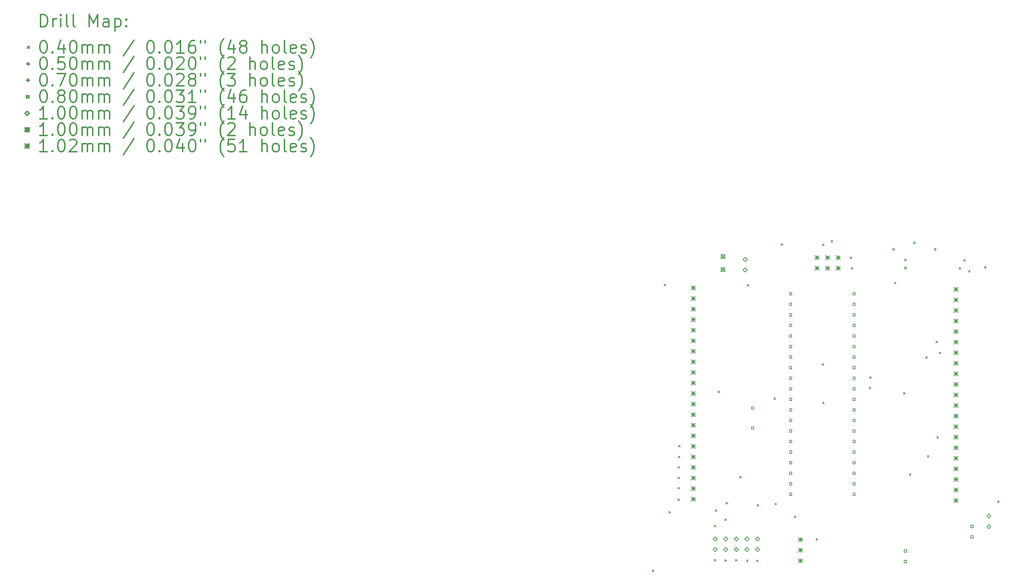
<source format=gbr>
%FSLAX45Y45*%
G04 Gerber Fmt 4.5, Leading zero omitted, Abs format (unit mm)*
G04 Created by KiCad (PCBNEW 4.0.6) date 12/21/17 12:56:19*
%MOMM*%
%LPD*%
G01*
G04 APERTURE LIST*
%ADD10C,0.127000*%
%ADD11C,0.200000*%
%ADD12C,0.300000*%
G04 APERTURE END LIST*
D10*
D11*
X14966000Y-13530900D02*
X15006000Y-13570900D01*
X15006000Y-13530900D02*
X14966000Y-13570900D01*
X15247940Y-6652580D02*
X15287940Y-6692580D01*
X15287940Y-6652580D02*
X15247940Y-6692580D01*
X15362240Y-12121200D02*
X15402240Y-12161200D01*
X15402240Y-12121200D02*
X15362240Y-12161200D01*
X15580680Y-11044240D02*
X15620680Y-11084240D01*
X15620680Y-11044240D02*
X15580680Y-11084240D01*
X15580680Y-11298240D02*
X15620680Y-11338240D01*
X15620680Y-11298240D02*
X15580680Y-11338240D01*
X15580680Y-11542080D02*
X15620680Y-11582080D01*
X15620680Y-11542080D02*
X15580680Y-11582080D01*
X15580680Y-11816400D02*
X15620680Y-11856400D01*
X15620680Y-11816400D02*
X15580680Y-11856400D01*
X15585760Y-10795320D02*
X15625760Y-10835320D01*
X15625760Y-10795320D02*
X15585760Y-10835320D01*
X15595920Y-10531160D02*
X15635920Y-10571160D01*
X15635920Y-10531160D02*
X15595920Y-10571160D01*
X16451900Y-13276900D02*
X16491900Y-13316900D01*
X16491900Y-13276900D02*
X16451900Y-13316900D01*
X16454440Y-12453940D02*
X16494440Y-12493940D01*
X16494440Y-12453940D02*
X16454440Y-12493940D01*
X16477300Y-12083100D02*
X16517300Y-12123100D01*
X16517300Y-12083100D02*
X16477300Y-12123100D01*
X16543340Y-9228140D02*
X16583340Y-9268140D01*
X16583340Y-9228140D02*
X16543340Y-9268140D01*
X16703360Y-13281980D02*
X16743360Y-13321980D01*
X16743360Y-13281980D02*
X16703360Y-13321980D01*
X16705900Y-12299000D02*
X16745900Y-12339000D01*
X16745900Y-12299000D02*
X16705900Y-12339000D01*
X16731300Y-11905300D02*
X16771300Y-11945300D01*
X16771300Y-11905300D02*
X16731300Y-11945300D01*
X16959900Y-13276900D02*
X16999900Y-13316900D01*
X16999900Y-13276900D02*
X16959900Y-13316900D01*
X17058960Y-11277920D02*
X17098960Y-11317920D01*
X17098960Y-11277920D02*
X17058960Y-11317920D01*
X17226600Y-13289600D02*
X17266600Y-13329600D01*
X17266600Y-13289600D02*
X17226600Y-13329600D01*
X17246920Y-6662740D02*
X17286920Y-6702740D01*
X17286920Y-6662740D02*
X17246920Y-6702740D01*
X17467900Y-13289600D02*
X17507900Y-13329600D01*
X17507900Y-13289600D02*
X17467900Y-13329600D01*
X17480600Y-11956100D02*
X17520600Y-11996100D01*
X17520600Y-11956100D02*
X17480600Y-11996100D01*
X17887000Y-9390700D02*
X17927000Y-9430700D01*
X17927000Y-9390700D02*
X17887000Y-9430700D01*
X17912400Y-11923080D02*
X17952400Y-11963080D01*
X17952400Y-11923080D02*
X17912400Y-11963080D01*
X18062260Y-5679760D02*
X18102260Y-5719760D01*
X18102260Y-5679760D02*
X18062260Y-5719760D01*
X18375950Y-12235500D02*
X18415950Y-12275500D01*
X18415950Y-12235500D02*
X18375950Y-12275500D01*
X18895380Y-12776520D02*
X18935380Y-12816520D01*
X18935380Y-12776520D02*
X18895380Y-12816520D01*
X19042700Y-8565200D02*
X19082700Y-8605200D01*
X19082700Y-8565200D02*
X19042700Y-8605200D01*
X19052860Y-5687380D02*
X19092860Y-5727380D01*
X19092860Y-5687380D02*
X19052860Y-5727380D01*
X19055400Y-9492300D02*
X19095400Y-9532300D01*
X19095400Y-9492300D02*
X19055400Y-9532300D01*
X19258600Y-5601020D02*
X19298600Y-5641020D01*
X19298600Y-5601020D02*
X19258600Y-5641020D01*
X19715800Y-5999800D02*
X19755800Y-6039800D01*
X19755800Y-5999800D02*
X19715800Y-6039800D01*
X19741200Y-6253800D02*
X19781200Y-6293800D01*
X19781200Y-6253800D02*
X19741200Y-6293800D01*
X20173000Y-9136700D02*
X20213000Y-9176700D01*
X20213000Y-9136700D02*
X20173000Y-9176700D01*
X20185700Y-8882700D02*
X20225700Y-8922700D01*
X20225700Y-8882700D02*
X20185700Y-8922700D01*
X20782600Y-6606860D02*
X20822600Y-6646860D01*
X20822600Y-6606860D02*
X20782600Y-6646860D01*
X21001040Y-9258620D02*
X21041040Y-9298620D01*
X21041040Y-9258620D02*
X21001040Y-9298620D01*
X21138200Y-11219500D02*
X21178200Y-11259500D01*
X21178200Y-11219500D02*
X21138200Y-11259500D01*
X21534440Y-8397560D02*
X21574440Y-8437560D01*
X21574440Y-8397560D02*
X21534440Y-8437560D01*
X21570000Y-10775000D02*
X21610000Y-10815000D01*
X21610000Y-10775000D02*
X21570000Y-10815000D01*
X21780820Y-8024180D02*
X21820820Y-8064180D01*
X21820820Y-8024180D02*
X21780820Y-8064180D01*
X21798600Y-10317800D02*
X21838600Y-10357800D01*
X21838600Y-10317800D02*
X21798600Y-10357800D01*
X21854480Y-8285800D02*
X21894480Y-8325800D01*
X21894480Y-8285800D02*
X21854480Y-8325800D01*
X22334540Y-6253800D02*
X22374540Y-6293800D01*
X22374540Y-6253800D02*
X22334540Y-6293800D01*
X22446300Y-6063300D02*
X22486300Y-6103300D01*
X22486300Y-6063300D02*
X22446300Y-6103300D01*
X22560600Y-6324920D02*
X22600600Y-6364920D01*
X22600600Y-6324920D02*
X22560600Y-6364920D01*
X22941600Y-6228400D02*
X22981600Y-6268400D01*
X22981600Y-6228400D02*
X22941600Y-6268400D01*
X23259100Y-11867200D02*
X23299100Y-11907200D01*
X23299100Y-11867200D02*
X23259100Y-11907200D01*
X21068900Y-6078220D02*
G75*
G03X21068900Y-6078220I-25000J0D01*
G01*
X21068900Y-6268220D02*
G75*
G03X21068900Y-6268220I-25000J0D01*
G01*
X20757260Y-5782860D02*
X20757260Y-5852860D01*
X20722260Y-5817860D02*
X20792260Y-5817860D01*
X21257260Y-5622860D02*
X21257260Y-5692860D01*
X21222260Y-5657860D02*
X21292260Y-5657860D01*
X21757260Y-5782860D02*
X21757260Y-5852860D01*
X21722260Y-5817860D02*
X21792260Y-5817860D01*
X17401885Y-9662185D02*
X17401885Y-9605616D01*
X17345316Y-9605616D01*
X17345316Y-9662185D01*
X17401885Y-9662185D01*
X17401885Y-10150185D02*
X17401885Y-10093616D01*
X17345316Y-10093616D01*
X17345316Y-10150185D01*
X17401885Y-10150185D01*
X18316285Y-6911684D02*
X18316285Y-6855115D01*
X18259716Y-6855115D01*
X18259716Y-6911684D01*
X18316285Y-6911684D01*
X18316285Y-7165684D02*
X18316285Y-7109115D01*
X18259716Y-7109115D01*
X18259716Y-7165684D01*
X18316285Y-7165684D01*
X18316285Y-7419684D02*
X18316285Y-7363115D01*
X18259716Y-7363115D01*
X18259716Y-7419684D01*
X18316285Y-7419684D01*
X18316285Y-7673684D02*
X18316285Y-7617115D01*
X18259716Y-7617115D01*
X18259716Y-7673684D01*
X18316285Y-7673684D01*
X18316285Y-7927684D02*
X18316285Y-7871115D01*
X18259716Y-7871115D01*
X18259716Y-7927684D01*
X18316285Y-7927684D01*
X18316285Y-8181684D02*
X18316285Y-8125115D01*
X18259716Y-8125115D01*
X18259716Y-8181684D01*
X18316285Y-8181684D01*
X18316285Y-8435685D02*
X18316285Y-8379115D01*
X18259716Y-8379115D01*
X18259716Y-8435685D01*
X18316285Y-8435685D01*
X18316285Y-8689685D02*
X18316285Y-8633116D01*
X18259716Y-8633116D01*
X18259716Y-8689685D01*
X18316285Y-8689685D01*
X18316285Y-8943685D02*
X18316285Y-8887116D01*
X18259716Y-8887116D01*
X18259716Y-8943685D01*
X18316285Y-8943685D01*
X18316285Y-9197685D02*
X18316285Y-9141116D01*
X18259716Y-9141116D01*
X18259716Y-9197685D01*
X18316285Y-9197685D01*
X18316285Y-9451685D02*
X18316285Y-9395116D01*
X18259716Y-9395116D01*
X18259716Y-9451685D01*
X18316285Y-9451685D01*
X18316285Y-9705685D02*
X18316285Y-9649116D01*
X18259716Y-9649116D01*
X18259716Y-9705685D01*
X18316285Y-9705685D01*
X18316285Y-9959685D02*
X18316285Y-9903116D01*
X18259716Y-9903116D01*
X18259716Y-9959685D01*
X18316285Y-9959685D01*
X18316285Y-10213685D02*
X18316285Y-10157116D01*
X18259716Y-10157116D01*
X18259716Y-10213685D01*
X18316285Y-10213685D01*
X18316285Y-10467685D02*
X18316285Y-10411116D01*
X18259716Y-10411116D01*
X18259716Y-10467685D01*
X18316285Y-10467685D01*
X18316285Y-10721685D02*
X18316285Y-10665116D01*
X18259716Y-10665116D01*
X18259716Y-10721685D01*
X18316285Y-10721685D01*
X18316285Y-10975685D02*
X18316285Y-10919116D01*
X18259716Y-10919116D01*
X18259716Y-10975685D01*
X18316285Y-10975685D01*
X18316285Y-11229684D02*
X18316285Y-11173116D01*
X18259716Y-11173116D01*
X18259716Y-11229684D01*
X18316285Y-11229684D01*
X18316285Y-11483684D02*
X18316285Y-11427115D01*
X18259716Y-11427115D01*
X18259716Y-11483684D01*
X18316285Y-11483684D01*
X18316285Y-11737684D02*
X18316285Y-11681115D01*
X18259716Y-11681115D01*
X18259716Y-11737684D01*
X18316285Y-11737684D01*
X19840285Y-6911684D02*
X19840285Y-6855115D01*
X19783716Y-6855115D01*
X19783716Y-6911684D01*
X19840285Y-6911684D01*
X19840285Y-7165684D02*
X19840285Y-7109115D01*
X19783716Y-7109115D01*
X19783716Y-7165684D01*
X19840285Y-7165684D01*
X19840285Y-7419684D02*
X19840285Y-7363115D01*
X19783716Y-7363115D01*
X19783716Y-7419684D01*
X19840285Y-7419684D01*
X19840285Y-7673684D02*
X19840285Y-7617115D01*
X19783716Y-7617115D01*
X19783716Y-7673684D01*
X19840285Y-7673684D01*
X19840285Y-7927684D02*
X19840285Y-7871115D01*
X19783716Y-7871115D01*
X19783716Y-7927684D01*
X19840285Y-7927684D01*
X19840285Y-8181684D02*
X19840285Y-8125115D01*
X19783716Y-8125115D01*
X19783716Y-8181684D01*
X19840285Y-8181684D01*
X19840285Y-8435685D02*
X19840285Y-8379115D01*
X19783716Y-8379115D01*
X19783716Y-8435685D01*
X19840285Y-8435685D01*
X19840285Y-8689685D02*
X19840285Y-8633116D01*
X19783716Y-8633116D01*
X19783716Y-8689685D01*
X19840285Y-8689685D01*
X19840285Y-8943685D02*
X19840285Y-8887116D01*
X19783716Y-8887116D01*
X19783716Y-8943685D01*
X19840285Y-8943685D01*
X19840285Y-9197685D02*
X19840285Y-9141116D01*
X19783716Y-9141116D01*
X19783716Y-9197685D01*
X19840285Y-9197685D01*
X19840285Y-9451685D02*
X19840285Y-9395116D01*
X19783716Y-9395116D01*
X19783716Y-9451685D01*
X19840285Y-9451685D01*
X19840285Y-9705685D02*
X19840285Y-9649116D01*
X19783716Y-9649116D01*
X19783716Y-9705685D01*
X19840285Y-9705685D01*
X19840285Y-9959685D02*
X19840285Y-9903116D01*
X19783716Y-9903116D01*
X19783716Y-9959685D01*
X19840285Y-9959685D01*
X19840285Y-10213685D02*
X19840285Y-10157116D01*
X19783716Y-10157116D01*
X19783716Y-10213685D01*
X19840285Y-10213685D01*
X19840285Y-10467685D02*
X19840285Y-10411116D01*
X19783716Y-10411116D01*
X19783716Y-10467685D01*
X19840285Y-10467685D01*
X19840285Y-10721685D02*
X19840285Y-10665116D01*
X19783716Y-10665116D01*
X19783716Y-10721685D01*
X19840285Y-10721685D01*
X19840285Y-10975685D02*
X19840285Y-10919116D01*
X19783716Y-10919116D01*
X19783716Y-10975685D01*
X19840285Y-10975685D01*
X19840285Y-11229684D02*
X19840285Y-11173116D01*
X19783716Y-11173116D01*
X19783716Y-11229684D01*
X19840285Y-11229684D01*
X19840285Y-11483684D02*
X19840285Y-11427115D01*
X19783716Y-11427115D01*
X19783716Y-11483684D01*
X19840285Y-11483684D01*
X19840285Y-11737684D02*
X19840285Y-11681115D01*
X19783716Y-11681115D01*
X19783716Y-11737684D01*
X19840285Y-11737684D01*
X21074725Y-13104204D02*
X21074725Y-13047635D01*
X21018156Y-13047635D01*
X21018156Y-13104204D01*
X21074725Y-13104204D01*
X21074725Y-13358204D02*
X21074725Y-13301635D01*
X21018156Y-13301635D01*
X21018156Y-13358204D01*
X21074725Y-13358204D01*
X22672384Y-12512384D02*
X22672384Y-12455815D01*
X22615815Y-12455815D01*
X22615815Y-12512384D01*
X22672384Y-12512384D01*
X22672384Y-12766384D02*
X22672384Y-12709815D01*
X22615815Y-12709815D01*
X22615815Y-12766384D01*
X22672384Y-12766384D01*
X16474440Y-12831280D02*
X16524440Y-12781280D01*
X16474440Y-12731280D01*
X16424440Y-12781280D01*
X16474440Y-12831280D01*
X16474440Y-13085280D02*
X16524440Y-13035280D01*
X16474440Y-12985280D01*
X16424440Y-13035280D01*
X16474440Y-13085280D01*
X16728440Y-12831280D02*
X16778440Y-12781280D01*
X16728440Y-12731280D01*
X16678440Y-12781280D01*
X16728440Y-12831280D01*
X16728440Y-13085280D02*
X16778440Y-13035280D01*
X16728440Y-12985280D01*
X16678440Y-13035280D01*
X16728440Y-13085280D01*
X16982440Y-12831280D02*
X17032440Y-12781280D01*
X16982440Y-12731280D01*
X16932440Y-12781280D01*
X16982440Y-12831280D01*
X16982440Y-13085280D02*
X17032440Y-13035280D01*
X16982440Y-12985280D01*
X16932440Y-13035280D01*
X16982440Y-13085280D01*
X17195800Y-6107900D02*
X17245800Y-6057900D01*
X17195800Y-6007900D01*
X17145800Y-6057900D01*
X17195800Y-6107900D01*
X17195800Y-6361900D02*
X17245800Y-6311900D01*
X17195800Y-6261900D01*
X17145800Y-6311900D01*
X17195800Y-6361900D01*
X17236440Y-12831280D02*
X17286440Y-12781280D01*
X17236440Y-12731280D01*
X17186440Y-12781280D01*
X17236440Y-12831280D01*
X17236440Y-13085280D02*
X17286440Y-13035280D01*
X17236440Y-12985280D01*
X17186440Y-13035280D01*
X17236440Y-13085280D01*
X17490440Y-12831280D02*
X17540440Y-12781280D01*
X17490440Y-12731280D01*
X17440440Y-12781280D01*
X17490440Y-12831280D01*
X17490440Y-13085280D02*
X17540440Y-13035280D01*
X17490440Y-12985280D01*
X17440440Y-13035280D01*
X17490440Y-13085280D01*
X23050500Y-12280100D02*
X23100500Y-12230100D01*
X23050500Y-12180100D01*
X23000500Y-12230100D01*
X23050500Y-12280100D01*
X23050500Y-12534100D02*
X23100500Y-12484100D01*
X23050500Y-12434100D01*
X23000500Y-12484100D01*
X23050500Y-12534100D01*
X16614902Y-5939282D02*
X16714978Y-6039358D01*
X16714978Y-5939282D02*
X16614902Y-6039358D01*
X16714978Y-5989320D02*
G75*
G03X16714978Y-5989320I-50038J0D01*
G01*
X16614902Y-6256782D02*
X16714978Y-6356858D01*
X16714978Y-6256782D02*
X16614902Y-6356858D01*
X16714978Y-6306820D02*
G75*
G03X16714978Y-6306820I-50038J0D01*
G01*
X15897860Y-6696710D02*
X15999460Y-6798310D01*
X15999460Y-6696710D02*
X15897860Y-6798310D01*
X15948660Y-6696710D02*
X15948660Y-6798310D01*
X15897860Y-6747510D02*
X15999460Y-6747510D01*
X15897860Y-6950710D02*
X15999460Y-7052310D01*
X15999460Y-6950710D02*
X15897860Y-7052310D01*
X15948660Y-6950710D02*
X15948660Y-7052310D01*
X15897860Y-7001510D02*
X15999460Y-7001510D01*
X15897860Y-7204710D02*
X15999460Y-7306310D01*
X15999460Y-7204710D02*
X15897860Y-7306310D01*
X15948660Y-7204710D02*
X15948660Y-7306310D01*
X15897860Y-7255510D02*
X15999460Y-7255510D01*
X15897860Y-7458710D02*
X15999460Y-7560310D01*
X15999460Y-7458710D02*
X15897860Y-7560310D01*
X15948660Y-7458710D02*
X15948660Y-7560310D01*
X15897860Y-7509510D02*
X15999460Y-7509510D01*
X15897860Y-7712710D02*
X15999460Y-7814310D01*
X15999460Y-7712710D02*
X15897860Y-7814310D01*
X15948660Y-7712710D02*
X15948660Y-7814310D01*
X15897860Y-7763510D02*
X15999460Y-7763510D01*
X15897860Y-7966710D02*
X15999460Y-8068310D01*
X15999460Y-7966710D02*
X15897860Y-8068310D01*
X15948660Y-7966710D02*
X15948660Y-8068310D01*
X15897860Y-8017510D02*
X15999460Y-8017510D01*
X15897860Y-8220710D02*
X15999460Y-8322310D01*
X15999460Y-8220710D02*
X15897860Y-8322310D01*
X15948660Y-8220710D02*
X15948660Y-8322310D01*
X15897860Y-8271510D02*
X15999460Y-8271510D01*
X15897860Y-8474710D02*
X15999460Y-8576310D01*
X15999460Y-8474710D02*
X15897860Y-8576310D01*
X15948660Y-8474710D02*
X15948660Y-8576310D01*
X15897860Y-8525510D02*
X15999460Y-8525510D01*
X15897860Y-8728710D02*
X15999460Y-8830310D01*
X15999460Y-8728710D02*
X15897860Y-8830310D01*
X15948660Y-8728710D02*
X15948660Y-8830310D01*
X15897860Y-8779510D02*
X15999460Y-8779510D01*
X15897860Y-8982710D02*
X15999460Y-9084310D01*
X15999460Y-8982710D02*
X15897860Y-9084310D01*
X15948660Y-8982710D02*
X15948660Y-9084310D01*
X15897860Y-9033510D02*
X15999460Y-9033510D01*
X15897860Y-9236710D02*
X15999460Y-9338310D01*
X15999460Y-9236710D02*
X15897860Y-9338310D01*
X15948660Y-9236710D02*
X15948660Y-9338310D01*
X15897860Y-9287510D02*
X15999460Y-9287510D01*
X15897860Y-9490710D02*
X15999460Y-9592310D01*
X15999460Y-9490710D02*
X15897860Y-9592310D01*
X15948660Y-9490710D02*
X15948660Y-9592310D01*
X15897860Y-9541510D02*
X15999460Y-9541510D01*
X15897860Y-9744710D02*
X15999460Y-9846310D01*
X15999460Y-9744710D02*
X15897860Y-9846310D01*
X15948660Y-9744710D02*
X15948660Y-9846310D01*
X15897860Y-9795510D02*
X15999460Y-9795510D01*
X15897860Y-9998710D02*
X15999460Y-10100310D01*
X15999460Y-9998710D02*
X15897860Y-10100310D01*
X15948660Y-9998710D02*
X15948660Y-10100310D01*
X15897860Y-10049510D02*
X15999460Y-10049510D01*
X15897860Y-10252710D02*
X15999460Y-10354310D01*
X15999460Y-10252710D02*
X15897860Y-10354310D01*
X15948660Y-10252710D02*
X15948660Y-10354310D01*
X15897860Y-10303510D02*
X15999460Y-10303510D01*
X15897860Y-10506710D02*
X15999460Y-10608310D01*
X15999460Y-10506710D02*
X15897860Y-10608310D01*
X15948660Y-10506710D02*
X15948660Y-10608310D01*
X15897860Y-10557510D02*
X15999460Y-10557510D01*
X15897860Y-10760710D02*
X15999460Y-10862310D01*
X15999460Y-10760710D02*
X15897860Y-10862310D01*
X15948660Y-10760710D02*
X15948660Y-10862310D01*
X15897860Y-10811510D02*
X15999460Y-10811510D01*
X15897860Y-11014710D02*
X15999460Y-11116310D01*
X15999460Y-11014710D02*
X15897860Y-11116310D01*
X15948660Y-11014710D02*
X15948660Y-11116310D01*
X15897860Y-11065510D02*
X15999460Y-11065510D01*
X15897860Y-11268710D02*
X15999460Y-11370310D01*
X15999460Y-11268710D02*
X15897860Y-11370310D01*
X15948660Y-11268710D02*
X15948660Y-11370310D01*
X15897860Y-11319510D02*
X15999460Y-11319510D01*
X15897860Y-11522710D02*
X15999460Y-11624310D01*
X15999460Y-11522710D02*
X15897860Y-11624310D01*
X15948660Y-11522710D02*
X15948660Y-11624310D01*
X15897860Y-11573510D02*
X15999460Y-11573510D01*
X15897860Y-11776710D02*
X15999460Y-11878310D01*
X15999460Y-11776710D02*
X15897860Y-11878310D01*
X15948660Y-11776710D02*
X15948660Y-11878310D01*
X15897860Y-11827510D02*
X15999460Y-11827510D01*
X18478500Y-12750800D02*
X18580100Y-12852400D01*
X18580100Y-12750800D02*
X18478500Y-12852400D01*
X18529300Y-12750800D02*
X18529300Y-12852400D01*
X18478500Y-12801600D02*
X18580100Y-12801600D01*
X18478500Y-13004800D02*
X18580100Y-13106400D01*
X18580100Y-13004800D02*
X18478500Y-13106400D01*
X18529300Y-13004800D02*
X18529300Y-13106400D01*
X18478500Y-13055600D02*
X18580100Y-13055600D01*
X18478500Y-13258800D02*
X18580100Y-13360400D01*
X18580100Y-13258800D02*
X18478500Y-13360400D01*
X18529300Y-13258800D02*
X18529300Y-13360400D01*
X18478500Y-13309600D02*
X18580100Y-13309600D01*
X18872200Y-5969000D02*
X18973800Y-6070600D01*
X18973800Y-5969000D02*
X18872200Y-6070600D01*
X18923000Y-5969000D02*
X18923000Y-6070600D01*
X18872200Y-6019800D02*
X18973800Y-6019800D01*
X18872200Y-6223000D02*
X18973800Y-6324600D01*
X18973800Y-6223000D02*
X18872200Y-6324600D01*
X18923000Y-6223000D02*
X18923000Y-6324600D01*
X18872200Y-6273800D02*
X18973800Y-6273800D01*
X19126200Y-5969000D02*
X19227800Y-6070600D01*
X19227800Y-5969000D02*
X19126200Y-6070600D01*
X19177000Y-5969000D02*
X19177000Y-6070600D01*
X19126200Y-6019800D02*
X19227800Y-6019800D01*
X19126200Y-6223000D02*
X19227800Y-6324600D01*
X19227800Y-6223000D02*
X19126200Y-6324600D01*
X19177000Y-6223000D02*
X19177000Y-6324600D01*
X19126200Y-6273800D02*
X19227800Y-6273800D01*
X19380200Y-5969000D02*
X19481800Y-6070600D01*
X19481800Y-5969000D02*
X19380200Y-6070600D01*
X19431000Y-5969000D02*
X19431000Y-6070600D01*
X19380200Y-6019800D02*
X19481800Y-6019800D01*
X19380200Y-6223000D02*
X19481800Y-6324600D01*
X19481800Y-6223000D02*
X19380200Y-6324600D01*
X19431000Y-6223000D02*
X19431000Y-6324600D01*
X19380200Y-6273800D02*
X19481800Y-6273800D01*
X22212300Y-6731000D02*
X22313900Y-6832600D01*
X22313900Y-6731000D02*
X22212300Y-6832600D01*
X22263100Y-6731000D02*
X22263100Y-6832600D01*
X22212300Y-6781800D02*
X22313900Y-6781800D01*
X22212300Y-6985000D02*
X22313900Y-7086600D01*
X22313900Y-6985000D02*
X22212300Y-7086600D01*
X22263100Y-6985000D02*
X22263100Y-7086600D01*
X22212300Y-7035800D02*
X22313900Y-7035800D01*
X22212300Y-7239000D02*
X22313900Y-7340600D01*
X22313900Y-7239000D02*
X22212300Y-7340600D01*
X22263100Y-7239000D02*
X22263100Y-7340600D01*
X22212300Y-7289800D02*
X22313900Y-7289800D01*
X22212300Y-7493000D02*
X22313900Y-7594600D01*
X22313900Y-7493000D02*
X22212300Y-7594600D01*
X22263100Y-7493000D02*
X22263100Y-7594600D01*
X22212300Y-7543800D02*
X22313900Y-7543800D01*
X22212300Y-7747000D02*
X22313900Y-7848600D01*
X22313900Y-7747000D02*
X22212300Y-7848600D01*
X22263100Y-7747000D02*
X22263100Y-7848600D01*
X22212300Y-7797800D02*
X22313900Y-7797800D01*
X22212300Y-8001000D02*
X22313900Y-8102600D01*
X22313900Y-8001000D02*
X22212300Y-8102600D01*
X22263100Y-8001000D02*
X22263100Y-8102600D01*
X22212300Y-8051800D02*
X22313900Y-8051800D01*
X22212300Y-8255000D02*
X22313900Y-8356600D01*
X22313900Y-8255000D02*
X22212300Y-8356600D01*
X22263100Y-8255000D02*
X22263100Y-8356600D01*
X22212300Y-8305800D02*
X22313900Y-8305800D01*
X22212300Y-8509000D02*
X22313900Y-8610600D01*
X22313900Y-8509000D02*
X22212300Y-8610600D01*
X22263100Y-8509000D02*
X22263100Y-8610600D01*
X22212300Y-8559800D02*
X22313900Y-8559800D01*
X22212300Y-8763000D02*
X22313900Y-8864600D01*
X22313900Y-8763000D02*
X22212300Y-8864600D01*
X22263100Y-8763000D02*
X22263100Y-8864600D01*
X22212300Y-8813800D02*
X22313900Y-8813800D01*
X22212300Y-9017000D02*
X22313900Y-9118600D01*
X22313900Y-9017000D02*
X22212300Y-9118600D01*
X22263100Y-9017000D02*
X22263100Y-9118600D01*
X22212300Y-9067800D02*
X22313900Y-9067800D01*
X22212300Y-9271000D02*
X22313900Y-9372600D01*
X22313900Y-9271000D02*
X22212300Y-9372600D01*
X22263100Y-9271000D02*
X22263100Y-9372600D01*
X22212300Y-9321800D02*
X22313900Y-9321800D01*
X22212300Y-9525000D02*
X22313900Y-9626600D01*
X22313900Y-9525000D02*
X22212300Y-9626600D01*
X22263100Y-9525000D02*
X22263100Y-9626600D01*
X22212300Y-9575800D02*
X22313900Y-9575800D01*
X22212300Y-9779000D02*
X22313900Y-9880600D01*
X22313900Y-9779000D02*
X22212300Y-9880600D01*
X22263100Y-9779000D02*
X22263100Y-9880600D01*
X22212300Y-9829800D02*
X22313900Y-9829800D01*
X22212300Y-10033000D02*
X22313900Y-10134600D01*
X22313900Y-10033000D02*
X22212300Y-10134600D01*
X22263100Y-10033000D02*
X22263100Y-10134600D01*
X22212300Y-10083800D02*
X22313900Y-10083800D01*
X22212300Y-10287000D02*
X22313900Y-10388600D01*
X22313900Y-10287000D02*
X22212300Y-10388600D01*
X22263100Y-10287000D02*
X22263100Y-10388600D01*
X22212300Y-10337800D02*
X22313900Y-10337800D01*
X22212300Y-10541000D02*
X22313900Y-10642600D01*
X22313900Y-10541000D02*
X22212300Y-10642600D01*
X22263100Y-10541000D02*
X22263100Y-10642600D01*
X22212300Y-10591800D02*
X22313900Y-10591800D01*
X22212300Y-10795000D02*
X22313900Y-10896600D01*
X22313900Y-10795000D02*
X22212300Y-10896600D01*
X22263100Y-10795000D02*
X22263100Y-10896600D01*
X22212300Y-10845800D02*
X22313900Y-10845800D01*
X22212300Y-11049000D02*
X22313900Y-11150600D01*
X22313900Y-11049000D02*
X22212300Y-11150600D01*
X22263100Y-11049000D02*
X22263100Y-11150600D01*
X22212300Y-11099800D02*
X22313900Y-11099800D01*
X22212300Y-11303000D02*
X22313900Y-11404600D01*
X22313900Y-11303000D02*
X22212300Y-11404600D01*
X22263100Y-11303000D02*
X22263100Y-11404600D01*
X22212300Y-11353800D02*
X22313900Y-11353800D01*
X22212300Y-11557000D02*
X22313900Y-11658600D01*
X22313900Y-11557000D02*
X22212300Y-11658600D01*
X22263100Y-11557000D02*
X22263100Y-11658600D01*
X22212300Y-11607800D02*
X22313900Y-11607800D01*
X22212300Y-11811000D02*
X22313900Y-11912600D01*
X22313900Y-11811000D02*
X22212300Y-11912600D01*
X22263100Y-11811000D02*
X22263100Y-11912600D01*
X22212300Y-11861800D02*
X22313900Y-11861800D01*
D12*
X271429Y-465714D02*
X271429Y-165714D01*
X342857Y-165714D01*
X385714Y-180000D01*
X414286Y-208571D01*
X428571Y-237143D01*
X442857Y-294286D01*
X442857Y-337143D01*
X428571Y-394286D01*
X414286Y-422857D01*
X385714Y-451429D01*
X342857Y-465714D01*
X271429Y-465714D01*
X571429Y-465714D02*
X571429Y-265714D01*
X571429Y-322857D02*
X585714Y-294286D01*
X600000Y-280000D01*
X628571Y-265714D01*
X657143Y-265714D01*
X757143Y-465714D02*
X757143Y-265714D01*
X757143Y-165714D02*
X742857Y-180000D01*
X757143Y-194286D01*
X771429Y-180000D01*
X757143Y-165714D01*
X757143Y-194286D01*
X942857Y-465714D02*
X914286Y-451429D01*
X900000Y-422857D01*
X900000Y-165714D01*
X1100000Y-465714D02*
X1071429Y-451429D01*
X1057143Y-422857D01*
X1057143Y-165714D01*
X1442857Y-465714D02*
X1442857Y-165714D01*
X1542857Y-380000D01*
X1642857Y-165714D01*
X1642857Y-465714D01*
X1914286Y-465714D02*
X1914286Y-308571D01*
X1900000Y-280000D01*
X1871429Y-265714D01*
X1814286Y-265714D01*
X1785714Y-280000D01*
X1914286Y-451429D02*
X1885714Y-465714D01*
X1814286Y-465714D01*
X1785714Y-451429D01*
X1771429Y-422857D01*
X1771429Y-394286D01*
X1785714Y-365714D01*
X1814286Y-351429D01*
X1885714Y-351429D01*
X1914286Y-337143D01*
X2057143Y-265714D02*
X2057143Y-565714D01*
X2057143Y-280000D02*
X2085714Y-265714D01*
X2142857Y-265714D01*
X2171429Y-280000D01*
X2185714Y-294286D01*
X2200000Y-322857D01*
X2200000Y-408571D01*
X2185714Y-437143D01*
X2171429Y-451429D01*
X2142857Y-465714D01*
X2085714Y-465714D01*
X2057143Y-451429D01*
X2328572Y-437143D02*
X2342857Y-451429D01*
X2328572Y-465714D01*
X2314286Y-451429D01*
X2328572Y-437143D01*
X2328572Y-465714D01*
X2328572Y-280000D02*
X2342857Y-294286D01*
X2328572Y-308571D01*
X2314286Y-294286D01*
X2328572Y-280000D01*
X2328572Y-308571D01*
X-40000Y-940000D02*
X0Y-980000D01*
X0Y-940000D02*
X-40000Y-980000D01*
X328571Y-795714D02*
X357143Y-795714D01*
X385714Y-810000D01*
X400000Y-824286D01*
X414286Y-852857D01*
X428571Y-910000D01*
X428571Y-981429D01*
X414286Y-1038571D01*
X400000Y-1067143D01*
X385714Y-1081429D01*
X357143Y-1095714D01*
X328571Y-1095714D01*
X300000Y-1081429D01*
X285714Y-1067143D01*
X271429Y-1038571D01*
X257143Y-981429D01*
X257143Y-910000D01*
X271429Y-852857D01*
X285714Y-824286D01*
X300000Y-810000D01*
X328571Y-795714D01*
X557143Y-1067143D02*
X571429Y-1081429D01*
X557143Y-1095714D01*
X542857Y-1081429D01*
X557143Y-1067143D01*
X557143Y-1095714D01*
X828571Y-895714D02*
X828571Y-1095714D01*
X757143Y-781429D02*
X685714Y-995714D01*
X871428Y-995714D01*
X1042857Y-795714D02*
X1071429Y-795714D01*
X1100000Y-810000D01*
X1114286Y-824286D01*
X1128571Y-852857D01*
X1142857Y-910000D01*
X1142857Y-981429D01*
X1128571Y-1038571D01*
X1114286Y-1067143D01*
X1100000Y-1081429D01*
X1071429Y-1095714D01*
X1042857Y-1095714D01*
X1014286Y-1081429D01*
X1000000Y-1067143D01*
X985714Y-1038571D01*
X971429Y-981429D01*
X971429Y-910000D01*
X985714Y-852857D01*
X1000000Y-824286D01*
X1014286Y-810000D01*
X1042857Y-795714D01*
X1271429Y-1095714D02*
X1271429Y-895714D01*
X1271429Y-924286D02*
X1285714Y-910000D01*
X1314286Y-895714D01*
X1357143Y-895714D01*
X1385714Y-910000D01*
X1400000Y-938571D01*
X1400000Y-1095714D01*
X1400000Y-938571D02*
X1414286Y-910000D01*
X1442857Y-895714D01*
X1485714Y-895714D01*
X1514286Y-910000D01*
X1528571Y-938571D01*
X1528571Y-1095714D01*
X1671429Y-1095714D02*
X1671429Y-895714D01*
X1671429Y-924286D02*
X1685714Y-910000D01*
X1714286Y-895714D01*
X1757143Y-895714D01*
X1785714Y-910000D01*
X1800000Y-938571D01*
X1800000Y-1095714D01*
X1800000Y-938571D02*
X1814286Y-910000D01*
X1842857Y-895714D01*
X1885714Y-895714D01*
X1914286Y-910000D01*
X1928571Y-938571D01*
X1928571Y-1095714D01*
X2514286Y-781429D02*
X2257143Y-1167143D01*
X2900000Y-795714D02*
X2928571Y-795714D01*
X2957143Y-810000D01*
X2971428Y-824286D01*
X2985714Y-852857D01*
X3000000Y-910000D01*
X3000000Y-981429D01*
X2985714Y-1038571D01*
X2971428Y-1067143D01*
X2957143Y-1081429D01*
X2928571Y-1095714D01*
X2900000Y-1095714D01*
X2871428Y-1081429D01*
X2857143Y-1067143D01*
X2842857Y-1038571D01*
X2828571Y-981429D01*
X2828571Y-910000D01*
X2842857Y-852857D01*
X2857143Y-824286D01*
X2871428Y-810000D01*
X2900000Y-795714D01*
X3128571Y-1067143D02*
X3142857Y-1081429D01*
X3128571Y-1095714D01*
X3114286Y-1081429D01*
X3128571Y-1067143D01*
X3128571Y-1095714D01*
X3328571Y-795714D02*
X3357143Y-795714D01*
X3385714Y-810000D01*
X3400000Y-824286D01*
X3414286Y-852857D01*
X3428571Y-910000D01*
X3428571Y-981429D01*
X3414286Y-1038571D01*
X3400000Y-1067143D01*
X3385714Y-1081429D01*
X3357143Y-1095714D01*
X3328571Y-1095714D01*
X3300000Y-1081429D01*
X3285714Y-1067143D01*
X3271428Y-1038571D01*
X3257143Y-981429D01*
X3257143Y-910000D01*
X3271428Y-852857D01*
X3285714Y-824286D01*
X3300000Y-810000D01*
X3328571Y-795714D01*
X3714286Y-1095714D02*
X3542857Y-1095714D01*
X3628571Y-1095714D02*
X3628571Y-795714D01*
X3600000Y-838571D01*
X3571428Y-867143D01*
X3542857Y-881429D01*
X3971428Y-795714D02*
X3914286Y-795714D01*
X3885714Y-810000D01*
X3871428Y-824286D01*
X3842857Y-867143D01*
X3828571Y-924286D01*
X3828571Y-1038571D01*
X3842857Y-1067143D01*
X3857143Y-1081429D01*
X3885714Y-1095714D01*
X3942857Y-1095714D01*
X3971428Y-1081429D01*
X3985714Y-1067143D01*
X4000000Y-1038571D01*
X4000000Y-967143D01*
X3985714Y-938571D01*
X3971428Y-924286D01*
X3942857Y-910000D01*
X3885714Y-910000D01*
X3857143Y-924286D01*
X3842857Y-938571D01*
X3828571Y-967143D01*
X4114286Y-795714D02*
X4114286Y-852857D01*
X4228571Y-795714D02*
X4228571Y-852857D01*
X4671429Y-1210000D02*
X4657143Y-1195714D01*
X4628571Y-1152857D01*
X4614286Y-1124286D01*
X4600000Y-1081429D01*
X4585714Y-1010000D01*
X4585714Y-952857D01*
X4600000Y-881429D01*
X4614286Y-838571D01*
X4628571Y-810000D01*
X4657143Y-767143D01*
X4671429Y-752857D01*
X4914286Y-895714D02*
X4914286Y-1095714D01*
X4842857Y-781429D02*
X4771429Y-995714D01*
X4957143Y-995714D01*
X5114286Y-924286D02*
X5085714Y-910000D01*
X5071429Y-895714D01*
X5057143Y-867143D01*
X5057143Y-852857D01*
X5071429Y-824286D01*
X5085714Y-810000D01*
X5114286Y-795714D01*
X5171429Y-795714D01*
X5200000Y-810000D01*
X5214286Y-824286D01*
X5228571Y-852857D01*
X5228571Y-867143D01*
X5214286Y-895714D01*
X5200000Y-910000D01*
X5171429Y-924286D01*
X5114286Y-924286D01*
X5085714Y-938571D01*
X5071429Y-952857D01*
X5057143Y-981429D01*
X5057143Y-1038571D01*
X5071429Y-1067143D01*
X5085714Y-1081429D01*
X5114286Y-1095714D01*
X5171429Y-1095714D01*
X5200000Y-1081429D01*
X5214286Y-1067143D01*
X5228571Y-1038571D01*
X5228571Y-981429D01*
X5214286Y-952857D01*
X5200000Y-938571D01*
X5171429Y-924286D01*
X5585714Y-1095714D02*
X5585714Y-795714D01*
X5714286Y-1095714D02*
X5714286Y-938571D01*
X5700000Y-910000D01*
X5671428Y-895714D01*
X5628571Y-895714D01*
X5600000Y-910000D01*
X5585714Y-924286D01*
X5900000Y-1095714D02*
X5871428Y-1081429D01*
X5857143Y-1067143D01*
X5842857Y-1038571D01*
X5842857Y-952857D01*
X5857143Y-924286D01*
X5871428Y-910000D01*
X5900000Y-895714D01*
X5942857Y-895714D01*
X5971428Y-910000D01*
X5985714Y-924286D01*
X6000000Y-952857D01*
X6000000Y-1038571D01*
X5985714Y-1067143D01*
X5971428Y-1081429D01*
X5942857Y-1095714D01*
X5900000Y-1095714D01*
X6171428Y-1095714D02*
X6142857Y-1081429D01*
X6128571Y-1052857D01*
X6128571Y-795714D01*
X6400000Y-1081429D02*
X6371429Y-1095714D01*
X6314286Y-1095714D01*
X6285714Y-1081429D01*
X6271429Y-1052857D01*
X6271429Y-938571D01*
X6285714Y-910000D01*
X6314286Y-895714D01*
X6371429Y-895714D01*
X6400000Y-910000D01*
X6414286Y-938571D01*
X6414286Y-967143D01*
X6271429Y-995714D01*
X6528571Y-1081429D02*
X6557143Y-1095714D01*
X6614286Y-1095714D01*
X6642857Y-1081429D01*
X6657143Y-1052857D01*
X6657143Y-1038571D01*
X6642857Y-1010000D01*
X6614286Y-995714D01*
X6571429Y-995714D01*
X6542857Y-981429D01*
X6528571Y-952857D01*
X6528571Y-938571D01*
X6542857Y-910000D01*
X6571429Y-895714D01*
X6614286Y-895714D01*
X6642857Y-910000D01*
X6757143Y-1210000D02*
X6771429Y-1195714D01*
X6800000Y-1152857D01*
X6814286Y-1124286D01*
X6828571Y-1081429D01*
X6842857Y-1010000D01*
X6842857Y-952857D01*
X6828571Y-881429D01*
X6814286Y-838571D01*
X6800000Y-810000D01*
X6771429Y-767143D01*
X6757143Y-752857D01*
X0Y-1356000D02*
G75*
G03X0Y-1356000I-25000J0D01*
G01*
X328571Y-1191714D02*
X357143Y-1191714D01*
X385714Y-1206000D01*
X400000Y-1220286D01*
X414286Y-1248857D01*
X428571Y-1306000D01*
X428571Y-1377429D01*
X414286Y-1434571D01*
X400000Y-1463143D01*
X385714Y-1477429D01*
X357143Y-1491714D01*
X328571Y-1491714D01*
X300000Y-1477429D01*
X285714Y-1463143D01*
X271429Y-1434571D01*
X257143Y-1377429D01*
X257143Y-1306000D01*
X271429Y-1248857D01*
X285714Y-1220286D01*
X300000Y-1206000D01*
X328571Y-1191714D01*
X557143Y-1463143D02*
X571429Y-1477429D01*
X557143Y-1491714D01*
X542857Y-1477429D01*
X557143Y-1463143D01*
X557143Y-1491714D01*
X842857Y-1191714D02*
X700000Y-1191714D01*
X685714Y-1334571D01*
X700000Y-1320286D01*
X728571Y-1306000D01*
X800000Y-1306000D01*
X828571Y-1320286D01*
X842857Y-1334571D01*
X857143Y-1363143D01*
X857143Y-1434571D01*
X842857Y-1463143D01*
X828571Y-1477429D01*
X800000Y-1491714D01*
X728571Y-1491714D01*
X700000Y-1477429D01*
X685714Y-1463143D01*
X1042857Y-1191714D02*
X1071429Y-1191714D01*
X1100000Y-1206000D01*
X1114286Y-1220286D01*
X1128571Y-1248857D01*
X1142857Y-1306000D01*
X1142857Y-1377429D01*
X1128571Y-1434571D01*
X1114286Y-1463143D01*
X1100000Y-1477429D01*
X1071429Y-1491714D01*
X1042857Y-1491714D01*
X1014286Y-1477429D01*
X1000000Y-1463143D01*
X985714Y-1434571D01*
X971429Y-1377429D01*
X971429Y-1306000D01*
X985714Y-1248857D01*
X1000000Y-1220286D01*
X1014286Y-1206000D01*
X1042857Y-1191714D01*
X1271429Y-1491714D02*
X1271429Y-1291714D01*
X1271429Y-1320286D02*
X1285714Y-1306000D01*
X1314286Y-1291714D01*
X1357143Y-1291714D01*
X1385714Y-1306000D01*
X1400000Y-1334571D01*
X1400000Y-1491714D01*
X1400000Y-1334571D02*
X1414286Y-1306000D01*
X1442857Y-1291714D01*
X1485714Y-1291714D01*
X1514286Y-1306000D01*
X1528571Y-1334571D01*
X1528571Y-1491714D01*
X1671429Y-1491714D02*
X1671429Y-1291714D01*
X1671429Y-1320286D02*
X1685714Y-1306000D01*
X1714286Y-1291714D01*
X1757143Y-1291714D01*
X1785714Y-1306000D01*
X1800000Y-1334571D01*
X1800000Y-1491714D01*
X1800000Y-1334571D02*
X1814286Y-1306000D01*
X1842857Y-1291714D01*
X1885714Y-1291714D01*
X1914286Y-1306000D01*
X1928571Y-1334571D01*
X1928571Y-1491714D01*
X2514286Y-1177429D02*
X2257143Y-1563143D01*
X2900000Y-1191714D02*
X2928571Y-1191714D01*
X2957143Y-1206000D01*
X2971428Y-1220286D01*
X2985714Y-1248857D01*
X3000000Y-1306000D01*
X3000000Y-1377429D01*
X2985714Y-1434571D01*
X2971428Y-1463143D01*
X2957143Y-1477429D01*
X2928571Y-1491714D01*
X2900000Y-1491714D01*
X2871428Y-1477429D01*
X2857143Y-1463143D01*
X2842857Y-1434571D01*
X2828571Y-1377429D01*
X2828571Y-1306000D01*
X2842857Y-1248857D01*
X2857143Y-1220286D01*
X2871428Y-1206000D01*
X2900000Y-1191714D01*
X3128571Y-1463143D02*
X3142857Y-1477429D01*
X3128571Y-1491714D01*
X3114286Y-1477429D01*
X3128571Y-1463143D01*
X3128571Y-1491714D01*
X3328571Y-1191714D02*
X3357143Y-1191714D01*
X3385714Y-1206000D01*
X3400000Y-1220286D01*
X3414286Y-1248857D01*
X3428571Y-1306000D01*
X3428571Y-1377429D01*
X3414286Y-1434571D01*
X3400000Y-1463143D01*
X3385714Y-1477429D01*
X3357143Y-1491714D01*
X3328571Y-1491714D01*
X3300000Y-1477429D01*
X3285714Y-1463143D01*
X3271428Y-1434571D01*
X3257143Y-1377429D01*
X3257143Y-1306000D01*
X3271428Y-1248857D01*
X3285714Y-1220286D01*
X3300000Y-1206000D01*
X3328571Y-1191714D01*
X3542857Y-1220286D02*
X3557143Y-1206000D01*
X3585714Y-1191714D01*
X3657143Y-1191714D01*
X3685714Y-1206000D01*
X3700000Y-1220286D01*
X3714286Y-1248857D01*
X3714286Y-1277429D01*
X3700000Y-1320286D01*
X3528571Y-1491714D01*
X3714286Y-1491714D01*
X3900000Y-1191714D02*
X3928571Y-1191714D01*
X3957143Y-1206000D01*
X3971428Y-1220286D01*
X3985714Y-1248857D01*
X4000000Y-1306000D01*
X4000000Y-1377429D01*
X3985714Y-1434571D01*
X3971428Y-1463143D01*
X3957143Y-1477429D01*
X3928571Y-1491714D01*
X3900000Y-1491714D01*
X3871428Y-1477429D01*
X3857143Y-1463143D01*
X3842857Y-1434571D01*
X3828571Y-1377429D01*
X3828571Y-1306000D01*
X3842857Y-1248857D01*
X3857143Y-1220286D01*
X3871428Y-1206000D01*
X3900000Y-1191714D01*
X4114286Y-1191714D02*
X4114286Y-1248857D01*
X4228571Y-1191714D02*
X4228571Y-1248857D01*
X4671429Y-1606000D02*
X4657143Y-1591714D01*
X4628571Y-1548857D01*
X4614286Y-1520286D01*
X4600000Y-1477429D01*
X4585714Y-1406000D01*
X4585714Y-1348857D01*
X4600000Y-1277429D01*
X4614286Y-1234571D01*
X4628571Y-1206000D01*
X4657143Y-1163143D01*
X4671429Y-1148857D01*
X4771429Y-1220286D02*
X4785714Y-1206000D01*
X4814286Y-1191714D01*
X4885714Y-1191714D01*
X4914286Y-1206000D01*
X4928571Y-1220286D01*
X4942857Y-1248857D01*
X4942857Y-1277429D01*
X4928571Y-1320286D01*
X4757143Y-1491714D01*
X4942857Y-1491714D01*
X5300000Y-1491714D02*
X5300000Y-1191714D01*
X5428571Y-1491714D02*
X5428571Y-1334571D01*
X5414286Y-1306000D01*
X5385714Y-1291714D01*
X5342857Y-1291714D01*
X5314286Y-1306000D01*
X5300000Y-1320286D01*
X5614286Y-1491714D02*
X5585714Y-1477429D01*
X5571429Y-1463143D01*
X5557143Y-1434571D01*
X5557143Y-1348857D01*
X5571429Y-1320286D01*
X5585714Y-1306000D01*
X5614286Y-1291714D01*
X5657143Y-1291714D01*
X5685714Y-1306000D01*
X5700000Y-1320286D01*
X5714286Y-1348857D01*
X5714286Y-1434571D01*
X5700000Y-1463143D01*
X5685714Y-1477429D01*
X5657143Y-1491714D01*
X5614286Y-1491714D01*
X5885714Y-1491714D02*
X5857143Y-1477429D01*
X5842857Y-1448857D01*
X5842857Y-1191714D01*
X6114286Y-1477429D02*
X6085714Y-1491714D01*
X6028571Y-1491714D01*
X6000000Y-1477429D01*
X5985714Y-1448857D01*
X5985714Y-1334571D01*
X6000000Y-1306000D01*
X6028571Y-1291714D01*
X6085714Y-1291714D01*
X6114286Y-1306000D01*
X6128571Y-1334571D01*
X6128571Y-1363143D01*
X5985714Y-1391714D01*
X6242857Y-1477429D02*
X6271429Y-1491714D01*
X6328571Y-1491714D01*
X6357143Y-1477429D01*
X6371429Y-1448857D01*
X6371429Y-1434571D01*
X6357143Y-1406000D01*
X6328571Y-1391714D01*
X6285714Y-1391714D01*
X6257143Y-1377429D01*
X6242857Y-1348857D01*
X6242857Y-1334571D01*
X6257143Y-1306000D01*
X6285714Y-1291714D01*
X6328571Y-1291714D01*
X6357143Y-1306000D01*
X6471428Y-1606000D02*
X6485714Y-1591714D01*
X6514286Y-1548857D01*
X6528571Y-1520286D01*
X6542857Y-1477429D01*
X6557143Y-1406000D01*
X6557143Y-1348857D01*
X6542857Y-1277429D01*
X6528571Y-1234571D01*
X6514286Y-1206000D01*
X6485714Y-1163143D01*
X6471428Y-1148857D01*
X-35000Y-1717000D02*
X-35000Y-1787000D01*
X-70000Y-1752000D02*
X0Y-1752000D01*
X328571Y-1587714D02*
X357143Y-1587714D01*
X385714Y-1602000D01*
X400000Y-1616286D01*
X414286Y-1644857D01*
X428571Y-1702000D01*
X428571Y-1773429D01*
X414286Y-1830571D01*
X400000Y-1859143D01*
X385714Y-1873429D01*
X357143Y-1887714D01*
X328571Y-1887714D01*
X300000Y-1873429D01*
X285714Y-1859143D01*
X271429Y-1830571D01*
X257143Y-1773429D01*
X257143Y-1702000D01*
X271429Y-1644857D01*
X285714Y-1616286D01*
X300000Y-1602000D01*
X328571Y-1587714D01*
X557143Y-1859143D02*
X571429Y-1873429D01*
X557143Y-1887714D01*
X542857Y-1873429D01*
X557143Y-1859143D01*
X557143Y-1887714D01*
X671429Y-1587714D02*
X871428Y-1587714D01*
X742857Y-1887714D01*
X1042857Y-1587714D02*
X1071429Y-1587714D01*
X1100000Y-1602000D01*
X1114286Y-1616286D01*
X1128571Y-1644857D01*
X1142857Y-1702000D01*
X1142857Y-1773429D01*
X1128571Y-1830571D01*
X1114286Y-1859143D01*
X1100000Y-1873429D01*
X1071429Y-1887714D01*
X1042857Y-1887714D01*
X1014286Y-1873429D01*
X1000000Y-1859143D01*
X985714Y-1830571D01*
X971429Y-1773429D01*
X971429Y-1702000D01*
X985714Y-1644857D01*
X1000000Y-1616286D01*
X1014286Y-1602000D01*
X1042857Y-1587714D01*
X1271429Y-1887714D02*
X1271429Y-1687714D01*
X1271429Y-1716286D02*
X1285714Y-1702000D01*
X1314286Y-1687714D01*
X1357143Y-1687714D01*
X1385714Y-1702000D01*
X1400000Y-1730571D01*
X1400000Y-1887714D01*
X1400000Y-1730571D02*
X1414286Y-1702000D01*
X1442857Y-1687714D01*
X1485714Y-1687714D01*
X1514286Y-1702000D01*
X1528571Y-1730571D01*
X1528571Y-1887714D01*
X1671429Y-1887714D02*
X1671429Y-1687714D01*
X1671429Y-1716286D02*
X1685714Y-1702000D01*
X1714286Y-1687714D01*
X1757143Y-1687714D01*
X1785714Y-1702000D01*
X1800000Y-1730571D01*
X1800000Y-1887714D01*
X1800000Y-1730571D02*
X1814286Y-1702000D01*
X1842857Y-1687714D01*
X1885714Y-1687714D01*
X1914286Y-1702000D01*
X1928571Y-1730571D01*
X1928571Y-1887714D01*
X2514286Y-1573429D02*
X2257143Y-1959143D01*
X2900000Y-1587714D02*
X2928571Y-1587714D01*
X2957143Y-1602000D01*
X2971428Y-1616286D01*
X2985714Y-1644857D01*
X3000000Y-1702000D01*
X3000000Y-1773429D01*
X2985714Y-1830571D01*
X2971428Y-1859143D01*
X2957143Y-1873429D01*
X2928571Y-1887714D01*
X2900000Y-1887714D01*
X2871428Y-1873429D01*
X2857143Y-1859143D01*
X2842857Y-1830571D01*
X2828571Y-1773429D01*
X2828571Y-1702000D01*
X2842857Y-1644857D01*
X2857143Y-1616286D01*
X2871428Y-1602000D01*
X2900000Y-1587714D01*
X3128571Y-1859143D02*
X3142857Y-1873429D01*
X3128571Y-1887714D01*
X3114286Y-1873429D01*
X3128571Y-1859143D01*
X3128571Y-1887714D01*
X3328571Y-1587714D02*
X3357143Y-1587714D01*
X3385714Y-1602000D01*
X3400000Y-1616286D01*
X3414286Y-1644857D01*
X3428571Y-1702000D01*
X3428571Y-1773429D01*
X3414286Y-1830571D01*
X3400000Y-1859143D01*
X3385714Y-1873429D01*
X3357143Y-1887714D01*
X3328571Y-1887714D01*
X3300000Y-1873429D01*
X3285714Y-1859143D01*
X3271428Y-1830571D01*
X3257143Y-1773429D01*
X3257143Y-1702000D01*
X3271428Y-1644857D01*
X3285714Y-1616286D01*
X3300000Y-1602000D01*
X3328571Y-1587714D01*
X3542857Y-1616286D02*
X3557143Y-1602000D01*
X3585714Y-1587714D01*
X3657143Y-1587714D01*
X3685714Y-1602000D01*
X3700000Y-1616286D01*
X3714286Y-1644857D01*
X3714286Y-1673429D01*
X3700000Y-1716286D01*
X3528571Y-1887714D01*
X3714286Y-1887714D01*
X3885714Y-1716286D02*
X3857143Y-1702000D01*
X3842857Y-1687714D01*
X3828571Y-1659143D01*
X3828571Y-1644857D01*
X3842857Y-1616286D01*
X3857143Y-1602000D01*
X3885714Y-1587714D01*
X3942857Y-1587714D01*
X3971428Y-1602000D01*
X3985714Y-1616286D01*
X4000000Y-1644857D01*
X4000000Y-1659143D01*
X3985714Y-1687714D01*
X3971428Y-1702000D01*
X3942857Y-1716286D01*
X3885714Y-1716286D01*
X3857143Y-1730571D01*
X3842857Y-1744857D01*
X3828571Y-1773429D01*
X3828571Y-1830571D01*
X3842857Y-1859143D01*
X3857143Y-1873429D01*
X3885714Y-1887714D01*
X3942857Y-1887714D01*
X3971428Y-1873429D01*
X3985714Y-1859143D01*
X4000000Y-1830571D01*
X4000000Y-1773429D01*
X3985714Y-1744857D01*
X3971428Y-1730571D01*
X3942857Y-1716286D01*
X4114286Y-1587714D02*
X4114286Y-1644857D01*
X4228571Y-1587714D02*
X4228571Y-1644857D01*
X4671429Y-2002000D02*
X4657143Y-1987714D01*
X4628571Y-1944857D01*
X4614286Y-1916286D01*
X4600000Y-1873429D01*
X4585714Y-1802000D01*
X4585714Y-1744857D01*
X4600000Y-1673429D01*
X4614286Y-1630571D01*
X4628571Y-1602000D01*
X4657143Y-1559143D01*
X4671429Y-1544857D01*
X4757143Y-1587714D02*
X4942857Y-1587714D01*
X4842857Y-1702000D01*
X4885714Y-1702000D01*
X4914286Y-1716286D01*
X4928571Y-1730571D01*
X4942857Y-1759143D01*
X4942857Y-1830571D01*
X4928571Y-1859143D01*
X4914286Y-1873429D01*
X4885714Y-1887714D01*
X4800000Y-1887714D01*
X4771429Y-1873429D01*
X4757143Y-1859143D01*
X5300000Y-1887714D02*
X5300000Y-1587714D01*
X5428571Y-1887714D02*
X5428571Y-1730571D01*
X5414286Y-1702000D01*
X5385714Y-1687714D01*
X5342857Y-1687714D01*
X5314286Y-1702000D01*
X5300000Y-1716286D01*
X5614286Y-1887714D02*
X5585714Y-1873429D01*
X5571429Y-1859143D01*
X5557143Y-1830571D01*
X5557143Y-1744857D01*
X5571429Y-1716286D01*
X5585714Y-1702000D01*
X5614286Y-1687714D01*
X5657143Y-1687714D01*
X5685714Y-1702000D01*
X5700000Y-1716286D01*
X5714286Y-1744857D01*
X5714286Y-1830571D01*
X5700000Y-1859143D01*
X5685714Y-1873429D01*
X5657143Y-1887714D01*
X5614286Y-1887714D01*
X5885714Y-1887714D02*
X5857143Y-1873429D01*
X5842857Y-1844857D01*
X5842857Y-1587714D01*
X6114286Y-1873429D02*
X6085714Y-1887714D01*
X6028571Y-1887714D01*
X6000000Y-1873429D01*
X5985714Y-1844857D01*
X5985714Y-1730571D01*
X6000000Y-1702000D01*
X6028571Y-1687714D01*
X6085714Y-1687714D01*
X6114286Y-1702000D01*
X6128571Y-1730571D01*
X6128571Y-1759143D01*
X5985714Y-1787714D01*
X6242857Y-1873429D02*
X6271429Y-1887714D01*
X6328571Y-1887714D01*
X6357143Y-1873429D01*
X6371429Y-1844857D01*
X6371429Y-1830571D01*
X6357143Y-1802000D01*
X6328571Y-1787714D01*
X6285714Y-1787714D01*
X6257143Y-1773429D01*
X6242857Y-1744857D01*
X6242857Y-1730571D01*
X6257143Y-1702000D01*
X6285714Y-1687714D01*
X6328571Y-1687714D01*
X6357143Y-1702000D01*
X6471428Y-2002000D02*
X6485714Y-1987714D01*
X6514286Y-1944857D01*
X6528571Y-1916286D01*
X6542857Y-1873429D01*
X6557143Y-1802000D01*
X6557143Y-1744857D01*
X6542857Y-1673429D01*
X6528571Y-1630571D01*
X6514286Y-1602000D01*
X6485714Y-1559143D01*
X6471428Y-1544857D01*
X-11715Y-2176285D02*
X-11715Y-2119716D01*
X-68285Y-2119716D01*
X-68285Y-2176285D01*
X-11715Y-2176285D01*
X328571Y-1983714D02*
X357143Y-1983714D01*
X385714Y-1998000D01*
X400000Y-2012286D01*
X414286Y-2040857D01*
X428571Y-2098000D01*
X428571Y-2169429D01*
X414286Y-2226571D01*
X400000Y-2255143D01*
X385714Y-2269429D01*
X357143Y-2283714D01*
X328571Y-2283714D01*
X300000Y-2269429D01*
X285714Y-2255143D01*
X271429Y-2226571D01*
X257143Y-2169429D01*
X257143Y-2098000D01*
X271429Y-2040857D01*
X285714Y-2012286D01*
X300000Y-1998000D01*
X328571Y-1983714D01*
X557143Y-2255143D02*
X571429Y-2269429D01*
X557143Y-2283714D01*
X542857Y-2269429D01*
X557143Y-2255143D01*
X557143Y-2283714D01*
X742857Y-2112286D02*
X714286Y-2098000D01*
X700000Y-2083714D01*
X685714Y-2055143D01*
X685714Y-2040857D01*
X700000Y-2012286D01*
X714286Y-1998000D01*
X742857Y-1983714D01*
X800000Y-1983714D01*
X828571Y-1998000D01*
X842857Y-2012286D01*
X857143Y-2040857D01*
X857143Y-2055143D01*
X842857Y-2083714D01*
X828571Y-2098000D01*
X800000Y-2112286D01*
X742857Y-2112286D01*
X714286Y-2126571D01*
X700000Y-2140857D01*
X685714Y-2169429D01*
X685714Y-2226571D01*
X700000Y-2255143D01*
X714286Y-2269429D01*
X742857Y-2283714D01*
X800000Y-2283714D01*
X828571Y-2269429D01*
X842857Y-2255143D01*
X857143Y-2226571D01*
X857143Y-2169429D01*
X842857Y-2140857D01*
X828571Y-2126571D01*
X800000Y-2112286D01*
X1042857Y-1983714D02*
X1071429Y-1983714D01*
X1100000Y-1998000D01*
X1114286Y-2012286D01*
X1128571Y-2040857D01*
X1142857Y-2098000D01*
X1142857Y-2169429D01*
X1128571Y-2226571D01*
X1114286Y-2255143D01*
X1100000Y-2269429D01*
X1071429Y-2283714D01*
X1042857Y-2283714D01*
X1014286Y-2269429D01*
X1000000Y-2255143D01*
X985714Y-2226571D01*
X971429Y-2169429D01*
X971429Y-2098000D01*
X985714Y-2040857D01*
X1000000Y-2012286D01*
X1014286Y-1998000D01*
X1042857Y-1983714D01*
X1271429Y-2283714D02*
X1271429Y-2083714D01*
X1271429Y-2112286D02*
X1285714Y-2098000D01*
X1314286Y-2083714D01*
X1357143Y-2083714D01*
X1385714Y-2098000D01*
X1400000Y-2126571D01*
X1400000Y-2283714D01*
X1400000Y-2126571D02*
X1414286Y-2098000D01*
X1442857Y-2083714D01*
X1485714Y-2083714D01*
X1514286Y-2098000D01*
X1528571Y-2126571D01*
X1528571Y-2283714D01*
X1671429Y-2283714D02*
X1671429Y-2083714D01*
X1671429Y-2112286D02*
X1685714Y-2098000D01*
X1714286Y-2083714D01*
X1757143Y-2083714D01*
X1785714Y-2098000D01*
X1800000Y-2126571D01*
X1800000Y-2283714D01*
X1800000Y-2126571D02*
X1814286Y-2098000D01*
X1842857Y-2083714D01*
X1885714Y-2083714D01*
X1914286Y-2098000D01*
X1928571Y-2126571D01*
X1928571Y-2283714D01*
X2514286Y-1969429D02*
X2257143Y-2355143D01*
X2900000Y-1983714D02*
X2928571Y-1983714D01*
X2957143Y-1998000D01*
X2971428Y-2012286D01*
X2985714Y-2040857D01*
X3000000Y-2098000D01*
X3000000Y-2169429D01*
X2985714Y-2226571D01*
X2971428Y-2255143D01*
X2957143Y-2269429D01*
X2928571Y-2283714D01*
X2900000Y-2283714D01*
X2871428Y-2269429D01*
X2857143Y-2255143D01*
X2842857Y-2226571D01*
X2828571Y-2169429D01*
X2828571Y-2098000D01*
X2842857Y-2040857D01*
X2857143Y-2012286D01*
X2871428Y-1998000D01*
X2900000Y-1983714D01*
X3128571Y-2255143D02*
X3142857Y-2269429D01*
X3128571Y-2283714D01*
X3114286Y-2269429D01*
X3128571Y-2255143D01*
X3128571Y-2283714D01*
X3328571Y-1983714D02*
X3357143Y-1983714D01*
X3385714Y-1998000D01*
X3400000Y-2012286D01*
X3414286Y-2040857D01*
X3428571Y-2098000D01*
X3428571Y-2169429D01*
X3414286Y-2226571D01*
X3400000Y-2255143D01*
X3385714Y-2269429D01*
X3357143Y-2283714D01*
X3328571Y-2283714D01*
X3300000Y-2269429D01*
X3285714Y-2255143D01*
X3271428Y-2226571D01*
X3257143Y-2169429D01*
X3257143Y-2098000D01*
X3271428Y-2040857D01*
X3285714Y-2012286D01*
X3300000Y-1998000D01*
X3328571Y-1983714D01*
X3528571Y-1983714D02*
X3714286Y-1983714D01*
X3614286Y-2098000D01*
X3657143Y-2098000D01*
X3685714Y-2112286D01*
X3700000Y-2126571D01*
X3714286Y-2155143D01*
X3714286Y-2226571D01*
X3700000Y-2255143D01*
X3685714Y-2269429D01*
X3657143Y-2283714D01*
X3571428Y-2283714D01*
X3542857Y-2269429D01*
X3528571Y-2255143D01*
X4000000Y-2283714D02*
X3828571Y-2283714D01*
X3914286Y-2283714D02*
X3914286Y-1983714D01*
X3885714Y-2026571D01*
X3857143Y-2055143D01*
X3828571Y-2069429D01*
X4114286Y-1983714D02*
X4114286Y-2040857D01*
X4228571Y-1983714D02*
X4228571Y-2040857D01*
X4671429Y-2398000D02*
X4657143Y-2383714D01*
X4628571Y-2340857D01*
X4614286Y-2312286D01*
X4600000Y-2269429D01*
X4585714Y-2198000D01*
X4585714Y-2140857D01*
X4600000Y-2069429D01*
X4614286Y-2026571D01*
X4628571Y-1998000D01*
X4657143Y-1955143D01*
X4671429Y-1940857D01*
X4914286Y-2083714D02*
X4914286Y-2283714D01*
X4842857Y-1969429D02*
X4771429Y-2183714D01*
X4957143Y-2183714D01*
X5200000Y-1983714D02*
X5142857Y-1983714D01*
X5114286Y-1998000D01*
X5100000Y-2012286D01*
X5071429Y-2055143D01*
X5057143Y-2112286D01*
X5057143Y-2226571D01*
X5071429Y-2255143D01*
X5085714Y-2269429D01*
X5114286Y-2283714D01*
X5171429Y-2283714D01*
X5200000Y-2269429D01*
X5214286Y-2255143D01*
X5228571Y-2226571D01*
X5228571Y-2155143D01*
X5214286Y-2126571D01*
X5200000Y-2112286D01*
X5171429Y-2098000D01*
X5114286Y-2098000D01*
X5085714Y-2112286D01*
X5071429Y-2126571D01*
X5057143Y-2155143D01*
X5585714Y-2283714D02*
X5585714Y-1983714D01*
X5714286Y-2283714D02*
X5714286Y-2126571D01*
X5700000Y-2098000D01*
X5671428Y-2083714D01*
X5628571Y-2083714D01*
X5600000Y-2098000D01*
X5585714Y-2112286D01*
X5900000Y-2283714D02*
X5871428Y-2269429D01*
X5857143Y-2255143D01*
X5842857Y-2226571D01*
X5842857Y-2140857D01*
X5857143Y-2112286D01*
X5871428Y-2098000D01*
X5900000Y-2083714D01*
X5942857Y-2083714D01*
X5971428Y-2098000D01*
X5985714Y-2112286D01*
X6000000Y-2140857D01*
X6000000Y-2226571D01*
X5985714Y-2255143D01*
X5971428Y-2269429D01*
X5942857Y-2283714D01*
X5900000Y-2283714D01*
X6171428Y-2283714D02*
X6142857Y-2269429D01*
X6128571Y-2240857D01*
X6128571Y-1983714D01*
X6400000Y-2269429D02*
X6371429Y-2283714D01*
X6314286Y-2283714D01*
X6285714Y-2269429D01*
X6271429Y-2240857D01*
X6271429Y-2126571D01*
X6285714Y-2098000D01*
X6314286Y-2083714D01*
X6371429Y-2083714D01*
X6400000Y-2098000D01*
X6414286Y-2126571D01*
X6414286Y-2155143D01*
X6271429Y-2183714D01*
X6528571Y-2269429D02*
X6557143Y-2283714D01*
X6614286Y-2283714D01*
X6642857Y-2269429D01*
X6657143Y-2240857D01*
X6657143Y-2226571D01*
X6642857Y-2198000D01*
X6614286Y-2183714D01*
X6571429Y-2183714D01*
X6542857Y-2169429D01*
X6528571Y-2140857D01*
X6528571Y-2126571D01*
X6542857Y-2098000D01*
X6571429Y-2083714D01*
X6614286Y-2083714D01*
X6642857Y-2098000D01*
X6757143Y-2398000D02*
X6771429Y-2383714D01*
X6800000Y-2340857D01*
X6814286Y-2312286D01*
X6828571Y-2269429D01*
X6842857Y-2198000D01*
X6842857Y-2140857D01*
X6828571Y-2069429D01*
X6814286Y-2026571D01*
X6800000Y-1998000D01*
X6771429Y-1955143D01*
X6757143Y-1940857D01*
X-50000Y-2594000D02*
X0Y-2544000D01*
X-50000Y-2494000D01*
X-100000Y-2544000D01*
X-50000Y-2594000D01*
X428571Y-2679714D02*
X257143Y-2679714D01*
X342857Y-2679714D02*
X342857Y-2379714D01*
X314286Y-2422571D01*
X285714Y-2451143D01*
X257143Y-2465429D01*
X557143Y-2651143D02*
X571429Y-2665429D01*
X557143Y-2679714D01*
X542857Y-2665429D01*
X557143Y-2651143D01*
X557143Y-2679714D01*
X757143Y-2379714D02*
X785714Y-2379714D01*
X814286Y-2394000D01*
X828571Y-2408286D01*
X842857Y-2436857D01*
X857143Y-2494000D01*
X857143Y-2565429D01*
X842857Y-2622571D01*
X828571Y-2651143D01*
X814286Y-2665429D01*
X785714Y-2679714D01*
X757143Y-2679714D01*
X728571Y-2665429D01*
X714286Y-2651143D01*
X700000Y-2622571D01*
X685714Y-2565429D01*
X685714Y-2494000D01*
X700000Y-2436857D01*
X714286Y-2408286D01*
X728571Y-2394000D01*
X757143Y-2379714D01*
X1042857Y-2379714D02*
X1071429Y-2379714D01*
X1100000Y-2394000D01*
X1114286Y-2408286D01*
X1128571Y-2436857D01*
X1142857Y-2494000D01*
X1142857Y-2565429D01*
X1128571Y-2622571D01*
X1114286Y-2651143D01*
X1100000Y-2665429D01*
X1071429Y-2679714D01*
X1042857Y-2679714D01*
X1014286Y-2665429D01*
X1000000Y-2651143D01*
X985714Y-2622571D01*
X971429Y-2565429D01*
X971429Y-2494000D01*
X985714Y-2436857D01*
X1000000Y-2408286D01*
X1014286Y-2394000D01*
X1042857Y-2379714D01*
X1271429Y-2679714D02*
X1271429Y-2479714D01*
X1271429Y-2508286D02*
X1285714Y-2494000D01*
X1314286Y-2479714D01*
X1357143Y-2479714D01*
X1385714Y-2494000D01*
X1400000Y-2522571D01*
X1400000Y-2679714D01*
X1400000Y-2522571D02*
X1414286Y-2494000D01*
X1442857Y-2479714D01*
X1485714Y-2479714D01*
X1514286Y-2494000D01*
X1528571Y-2522571D01*
X1528571Y-2679714D01*
X1671429Y-2679714D02*
X1671429Y-2479714D01*
X1671429Y-2508286D02*
X1685714Y-2494000D01*
X1714286Y-2479714D01*
X1757143Y-2479714D01*
X1785714Y-2494000D01*
X1800000Y-2522571D01*
X1800000Y-2679714D01*
X1800000Y-2522571D02*
X1814286Y-2494000D01*
X1842857Y-2479714D01*
X1885714Y-2479714D01*
X1914286Y-2494000D01*
X1928571Y-2522571D01*
X1928571Y-2679714D01*
X2514286Y-2365429D02*
X2257143Y-2751143D01*
X2900000Y-2379714D02*
X2928571Y-2379714D01*
X2957143Y-2394000D01*
X2971428Y-2408286D01*
X2985714Y-2436857D01*
X3000000Y-2494000D01*
X3000000Y-2565429D01*
X2985714Y-2622571D01*
X2971428Y-2651143D01*
X2957143Y-2665429D01*
X2928571Y-2679714D01*
X2900000Y-2679714D01*
X2871428Y-2665429D01*
X2857143Y-2651143D01*
X2842857Y-2622571D01*
X2828571Y-2565429D01*
X2828571Y-2494000D01*
X2842857Y-2436857D01*
X2857143Y-2408286D01*
X2871428Y-2394000D01*
X2900000Y-2379714D01*
X3128571Y-2651143D02*
X3142857Y-2665429D01*
X3128571Y-2679714D01*
X3114286Y-2665429D01*
X3128571Y-2651143D01*
X3128571Y-2679714D01*
X3328571Y-2379714D02*
X3357143Y-2379714D01*
X3385714Y-2394000D01*
X3400000Y-2408286D01*
X3414286Y-2436857D01*
X3428571Y-2494000D01*
X3428571Y-2565429D01*
X3414286Y-2622571D01*
X3400000Y-2651143D01*
X3385714Y-2665429D01*
X3357143Y-2679714D01*
X3328571Y-2679714D01*
X3300000Y-2665429D01*
X3285714Y-2651143D01*
X3271428Y-2622571D01*
X3257143Y-2565429D01*
X3257143Y-2494000D01*
X3271428Y-2436857D01*
X3285714Y-2408286D01*
X3300000Y-2394000D01*
X3328571Y-2379714D01*
X3528571Y-2379714D02*
X3714286Y-2379714D01*
X3614286Y-2494000D01*
X3657143Y-2494000D01*
X3685714Y-2508286D01*
X3700000Y-2522571D01*
X3714286Y-2551143D01*
X3714286Y-2622571D01*
X3700000Y-2651143D01*
X3685714Y-2665429D01*
X3657143Y-2679714D01*
X3571428Y-2679714D01*
X3542857Y-2665429D01*
X3528571Y-2651143D01*
X3857143Y-2679714D02*
X3914286Y-2679714D01*
X3942857Y-2665429D01*
X3957143Y-2651143D01*
X3985714Y-2608286D01*
X4000000Y-2551143D01*
X4000000Y-2436857D01*
X3985714Y-2408286D01*
X3971428Y-2394000D01*
X3942857Y-2379714D01*
X3885714Y-2379714D01*
X3857143Y-2394000D01*
X3842857Y-2408286D01*
X3828571Y-2436857D01*
X3828571Y-2508286D01*
X3842857Y-2536857D01*
X3857143Y-2551143D01*
X3885714Y-2565429D01*
X3942857Y-2565429D01*
X3971428Y-2551143D01*
X3985714Y-2536857D01*
X4000000Y-2508286D01*
X4114286Y-2379714D02*
X4114286Y-2436857D01*
X4228571Y-2379714D02*
X4228571Y-2436857D01*
X4671429Y-2794000D02*
X4657143Y-2779714D01*
X4628571Y-2736857D01*
X4614286Y-2708286D01*
X4600000Y-2665429D01*
X4585714Y-2594000D01*
X4585714Y-2536857D01*
X4600000Y-2465429D01*
X4614286Y-2422571D01*
X4628571Y-2394000D01*
X4657143Y-2351143D01*
X4671429Y-2336857D01*
X4942857Y-2679714D02*
X4771429Y-2679714D01*
X4857143Y-2679714D02*
X4857143Y-2379714D01*
X4828571Y-2422571D01*
X4800000Y-2451143D01*
X4771429Y-2465429D01*
X5200000Y-2479714D02*
X5200000Y-2679714D01*
X5128571Y-2365429D02*
X5057143Y-2579714D01*
X5242857Y-2579714D01*
X5585714Y-2679714D02*
X5585714Y-2379714D01*
X5714286Y-2679714D02*
X5714286Y-2522571D01*
X5700000Y-2494000D01*
X5671428Y-2479714D01*
X5628571Y-2479714D01*
X5600000Y-2494000D01*
X5585714Y-2508286D01*
X5900000Y-2679714D02*
X5871428Y-2665429D01*
X5857143Y-2651143D01*
X5842857Y-2622571D01*
X5842857Y-2536857D01*
X5857143Y-2508286D01*
X5871428Y-2494000D01*
X5900000Y-2479714D01*
X5942857Y-2479714D01*
X5971428Y-2494000D01*
X5985714Y-2508286D01*
X6000000Y-2536857D01*
X6000000Y-2622571D01*
X5985714Y-2651143D01*
X5971428Y-2665429D01*
X5942857Y-2679714D01*
X5900000Y-2679714D01*
X6171428Y-2679714D02*
X6142857Y-2665429D01*
X6128571Y-2636857D01*
X6128571Y-2379714D01*
X6400000Y-2665429D02*
X6371429Y-2679714D01*
X6314286Y-2679714D01*
X6285714Y-2665429D01*
X6271429Y-2636857D01*
X6271429Y-2522571D01*
X6285714Y-2494000D01*
X6314286Y-2479714D01*
X6371429Y-2479714D01*
X6400000Y-2494000D01*
X6414286Y-2522571D01*
X6414286Y-2551143D01*
X6271429Y-2579714D01*
X6528571Y-2665429D02*
X6557143Y-2679714D01*
X6614286Y-2679714D01*
X6642857Y-2665429D01*
X6657143Y-2636857D01*
X6657143Y-2622571D01*
X6642857Y-2594000D01*
X6614286Y-2579714D01*
X6571429Y-2579714D01*
X6542857Y-2565429D01*
X6528571Y-2536857D01*
X6528571Y-2522571D01*
X6542857Y-2494000D01*
X6571429Y-2479714D01*
X6614286Y-2479714D01*
X6642857Y-2494000D01*
X6757143Y-2794000D02*
X6771429Y-2779714D01*
X6800000Y-2736857D01*
X6814286Y-2708286D01*
X6828571Y-2665429D01*
X6842857Y-2594000D01*
X6842857Y-2536857D01*
X6828571Y-2465429D01*
X6814286Y-2422571D01*
X6800000Y-2394000D01*
X6771429Y-2351143D01*
X6757143Y-2336857D01*
X-100076Y-2889962D02*
X0Y-2990038D01*
X0Y-2889962D02*
X-100076Y-2990038D01*
X0Y-2940000D02*
G75*
G03X0Y-2940000I-50038J0D01*
G01*
X428571Y-3075714D02*
X257143Y-3075714D01*
X342857Y-3075714D02*
X342857Y-2775714D01*
X314286Y-2818571D01*
X285714Y-2847143D01*
X257143Y-2861429D01*
X557143Y-3047143D02*
X571429Y-3061429D01*
X557143Y-3075714D01*
X542857Y-3061429D01*
X557143Y-3047143D01*
X557143Y-3075714D01*
X757143Y-2775714D02*
X785714Y-2775714D01*
X814286Y-2790000D01*
X828571Y-2804286D01*
X842857Y-2832857D01*
X857143Y-2890000D01*
X857143Y-2961429D01*
X842857Y-3018571D01*
X828571Y-3047143D01*
X814286Y-3061429D01*
X785714Y-3075714D01*
X757143Y-3075714D01*
X728571Y-3061429D01*
X714286Y-3047143D01*
X700000Y-3018571D01*
X685714Y-2961429D01*
X685714Y-2890000D01*
X700000Y-2832857D01*
X714286Y-2804286D01*
X728571Y-2790000D01*
X757143Y-2775714D01*
X1042857Y-2775714D02*
X1071429Y-2775714D01*
X1100000Y-2790000D01*
X1114286Y-2804286D01*
X1128571Y-2832857D01*
X1142857Y-2890000D01*
X1142857Y-2961429D01*
X1128571Y-3018571D01*
X1114286Y-3047143D01*
X1100000Y-3061429D01*
X1071429Y-3075714D01*
X1042857Y-3075714D01*
X1014286Y-3061429D01*
X1000000Y-3047143D01*
X985714Y-3018571D01*
X971429Y-2961429D01*
X971429Y-2890000D01*
X985714Y-2832857D01*
X1000000Y-2804286D01*
X1014286Y-2790000D01*
X1042857Y-2775714D01*
X1271429Y-3075714D02*
X1271429Y-2875714D01*
X1271429Y-2904286D02*
X1285714Y-2890000D01*
X1314286Y-2875714D01*
X1357143Y-2875714D01*
X1385714Y-2890000D01*
X1400000Y-2918571D01*
X1400000Y-3075714D01*
X1400000Y-2918571D02*
X1414286Y-2890000D01*
X1442857Y-2875714D01*
X1485714Y-2875714D01*
X1514286Y-2890000D01*
X1528571Y-2918571D01*
X1528571Y-3075714D01*
X1671429Y-3075714D02*
X1671429Y-2875714D01*
X1671429Y-2904286D02*
X1685714Y-2890000D01*
X1714286Y-2875714D01*
X1757143Y-2875714D01*
X1785714Y-2890000D01*
X1800000Y-2918571D01*
X1800000Y-3075714D01*
X1800000Y-2918571D02*
X1814286Y-2890000D01*
X1842857Y-2875714D01*
X1885714Y-2875714D01*
X1914286Y-2890000D01*
X1928571Y-2918571D01*
X1928571Y-3075714D01*
X2514286Y-2761429D02*
X2257143Y-3147143D01*
X2900000Y-2775714D02*
X2928571Y-2775714D01*
X2957143Y-2790000D01*
X2971428Y-2804286D01*
X2985714Y-2832857D01*
X3000000Y-2890000D01*
X3000000Y-2961429D01*
X2985714Y-3018571D01*
X2971428Y-3047143D01*
X2957143Y-3061429D01*
X2928571Y-3075714D01*
X2900000Y-3075714D01*
X2871428Y-3061429D01*
X2857143Y-3047143D01*
X2842857Y-3018571D01*
X2828571Y-2961429D01*
X2828571Y-2890000D01*
X2842857Y-2832857D01*
X2857143Y-2804286D01*
X2871428Y-2790000D01*
X2900000Y-2775714D01*
X3128571Y-3047143D02*
X3142857Y-3061429D01*
X3128571Y-3075714D01*
X3114286Y-3061429D01*
X3128571Y-3047143D01*
X3128571Y-3075714D01*
X3328571Y-2775714D02*
X3357143Y-2775714D01*
X3385714Y-2790000D01*
X3400000Y-2804286D01*
X3414286Y-2832857D01*
X3428571Y-2890000D01*
X3428571Y-2961429D01*
X3414286Y-3018571D01*
X3400000Y-3047143D01*
X3385714Y-3061429D01*
X3357143Y-3075714D01*
X3328571Y-3075714D01*
X3300000Y-3061429D01*
X3285714Y-3047143D01*
X3271428Y-3018571D01*
X3257143Y-2961429D01*
X3257143Y-2890000D01*
X3271428Y-2832857D01*
X3285714Y-2804286D01*
X3300000Y-2790000D01*
X3328571Y-2775714D01*
X3528571Y-2775714D02*
X3714286Y-2775714D01*
X3614286Y-2890000D01*
X3657143Y-2890000D01*
X3685714Y-2904286D01*
X3700000Y-2918571D01*
X3714286Y-2947143D01*
X3714286Y-3018571D01*
X3700000Y-3047143D01*
X3685714Y-3061429D01*
X3657143Y-3075714D01*
X3571428Y-3075714D01*
X3542857Y-3061429D01*
X3528571Y-3047143D01*
X3857143Y-3075714D02*
X3914286Y-3075714D01*
X3942857Y-3061429D01*
X3957143Y-3047143D01*
X3985714Y-3004286D01*
X4000000Y-2947143D01*
X4000000Y-2832857D01*
X3985714Y-2804286D01*
X3971428Y-2790000D01*
X3942857Y-2775714D01*
X3885714Y-2775714D01*
X3857143Y-2790000D01*
X3842857Y-2804286D01*
X3828571Y-2832857D01*
X3828571Y-2904286D01*
X3842857Y-2932857D01*
X3857143Y-2947143D01*
X3885714Y-2961429D01*
X3942857Y-2961429D01*
X3971428Y-2947143D01*
X3985714Y-2932857D01*
X4000000Y-2904286D01*
X4114286Y-2775714D02*
X4114286Y-2832857D01*
X4228571Y-2775714D02*
X4228571Y-2832857D01*
X4671429Y-3190000D02*
X4657143Y-3175714D01*
X4628571Y-3132857D01*
X4614286Y-3104286D01*
X4600000Y-3061429D01*
X4585714Y-2990000D01*
X4585714Y-2932857D01*
X4600000Y-2861429D01*
X4614286Y-2818571D01*
X4628571Y-2790000D01*
X4657143Y-2747143D01*
X4671429Y-2732857D01*
X4771429Y-2804286D02*
X4785714Y-2790000D01*
X4814286Y-2775714D01*
X4885714Y-2775714D01*
X4914286Y-2790000D01*
X4928571Y-2804286D01*
X4942857Y-2832857D01*
X4942857Y-2861429D01*
X4928571Y-2904286D01*
X4757143Y-3075714D01*
X4942857Y-3075714D01*
X5300000Y-3075714D02*
X5300000Y-2775714D01*
X5428571Y-3075714D02*
X5428571Y-2918571D01*
X5414286Y-2890000D01*
X5385714Y-2875714D01*
X5342857Y-2875714D01*
X5314286Y-2890000D01*
X5300000Y-2904286D01*
X5614286Y-3075714D02*
X5585714Y-3061429D01*
X5571429Y-3047143D01*
X5557143Y-3018571D01*
X5557143Y-2932857D01*
X5571429Y-2904286D01*
X5585714Y-2890000D01*
X5614286Y-2875714D01*
X5657143Y-2875714D01*
X5685714Y-2890000D01*
X5700000Y-2904286D01*
X5714286Y-2932857D01*
X5714286Y-3018571D01*
X5700000Y-3047143D01*
X5685714Y-3061429D01*
X5657143Y-3075714D01*
X5614286Y-3075714D01*
X5885714Y-3075714D02*
X5857143Y-3061429D01*
X5842857Y-3032857D01*
X5842857Y-2775714D01*
X6114286Y-3061429D02*
X6085714Y-3075714D01*
X6028571Y-3075714D01*
X6000000Y-3061429D01*
X5985714Y-3032857D01*
X5985714Y-2918571D01*
X6000000Y-2890000D01*
X6028571Y-2875714D01*
X6085714Y-2875714D01*
X6114286Y-2890000D01*
X6128571Y-2918571D01*
X6128571Y-2947143D01*
X5985714Y-2975714D01*
X6242857Y-3061429D02*
X6271429Y-3075714D01*
X6328571Y-3075714D01*
X6357143Y-3061429D01*
X6371429Y-3032857D01*
X6371429Y-3018571D01*
X6357143Y-2990000D01*
X6328571Y-2975714D01*
X6285714Y-2975714D01*
X6257143Y-2961429D01*
X6242857Y-2932857D01*
X6242857Y-2918571D01*
X6257143Y-2890000D01*
X6285714Y-2875714D01*
X6328571Y-2875714D01*
X6357143Y-2890000D01*
X6471428Y-3190000D02*
X6485714Y-3175714D01*
X6514286Y-3132857D01*
X6528571Y-3104286D01*
X6542857Y-3061429D01*
X6557143Y-2990000D01*
X6557143Y-2932857D01*
X6542857Y-2861429D01*
X6528571Y-2818571D01*
X6514286Y-2790000D01*
X6485714Y-2747143D01*
X6471428Y-2732857D01*
X-101600Y-3285200D02*
X0Y-3386800D01*
X0Y-3285200D02*
X-101600Y-3386800D01*
X-50800Y-3285200D02*
X-50800Y-3386800D01*
X-101600Y-3336000D02*
X0Y-3336000D01*
X428571Y-3471714D02*
X257143Y-3471714D01*
X342857Y-3471714D02*
X342857Y-3171714D01*
X314286Y-3214571D01*
X285714Y-3243143D01*
X257143Y-3257429D01*
X557143Y-3443143D02*
X571429Y-3457429D01*
X557143Y-3471714D01*
X542857Y-3457429D01*
X557143Y-3443143D01*
X557143Y-3471714D01*
X757143Y-3171714D02*
X785714Y-3171714D01*
X814286Y-3186000D01*
X828571Y-3200286D01*
X842857Y-3228857D01*
X857143Y-3286000D01*
X857143Y-3357429D01*
X842857Y-3414571D01*
X828571Y-3443143D01*
X814286Y-3457429D01*
X785714Y-3471714D01*
X757143Y-3471714D01*
X728571Y-3457429D01*
X714286Y-3443143D01*
X700000Y-3414571D01*
X685714Y-3357429D01*
X685714Y-3286000D01*
X700000Y-3228857D01*
X714286Y-3200286D01*
X728571Y-3186000D01*
X757143Y-3171714D01*
X971429Y-3200286D02*
X985714Y-3186000D01*
X1014286Y-3171714D01*
X1085714Y-3171714D01*
X1114286Y-3186000D01*
X1128571Y-3200286D01*
X1142857Y-3228857D01*
X1142857Y-3257429D01*
X1128571Y-3300286D01*
X957143Y-3471714D01*
X1142857Y-3471714D01*
X1271429Y-3471714D02*
X1271429Y-3271714D01*
X1271429Y-3300286D02*
X1285714Y-3286000D01*
X1314286Y-3271714D01*
X1357143Y-3271714D01*
X1385714Y-3286000D01*
X1400000Y-3314571D01*
X1400000Y-3471714D01*
X1400000Y-3314571D02*
X1414286Y-3286000D01*
X1442857Y-3271714D01*
X1485714Y-3271714D01*
X1514286Y-3286000D01*
X1528571Y-3314571D01*
X1528571Y-3471714D01*
X1671429Y-3471714D02*
X1671429Y-3271714D01*
X1671429Y-3300286D02*
X1685714Y-3286000D01*
X1714286Y-3271714D01*
X1757143Y-3271714D01*
X1785714Y-3286000D01*
X1800000Y-3314571D01*
X1800000Y-3471714D01*
X1800000Y-3314571D02*
X1814286Y-3286000D01*
X1842857Y-3271714D01*
X1885714Y-3271714D01*
X1914286Y-3286000D01*
X1928571Y-3314571D01*
X1928571Y-3471714D01*
X2514286Y-3157429D02*
X2257143Y-3543143D01*
X2900000Y-3171714D02*
X2928571Y-3171714D01*
X2957143Y-3186000D01*
X2971428Y-3200286D01*
X2985714Y-3228857D01*
X3000000Y-3286000D01*
X3000000Y-3357429D01*
X2985714Y-3414571D01*
X2971428Y-3443143D01*
X2957143Y-3457429D01*
X2928571Y-3471714D01*
X2900000Y-3471714D01*
X2871428Y-3457429D01*
X2857143Y-3443143D01*
X2842857Y-3414571D01*
X2828571Y-3357429D01*
X2828571Y-3286000D01*
X2842857Y-3228857D01*
X2857143Y-3200286D01*
X2871428Y-3186000D01*
X2900000Y-3171714D01*
X3128571Y-3443143D02*
X3142857Y-3457429D01*
X3128571Y-3471714D01*
X3114286Y-3457429D01*
X3128571Y-3443143D01*
X3128571Y-3471714D01*
X3328571Y-3171714D02*
X3357143Y-3171714D01*
X3385714Y-3186000D01*
X3400000Y-3200286D01*
X3414286Y-3228857D01*
X3428571Y-3286000D01*
X3428571Y-3357429D01*
X3414286Y-3414571D01*
X3400000Y-3443143D01*
X3385714Y-3457429D01*
X3357143Y-3471714D01*
X3328571Y-3471714D01*
X3300000Y-3457429D01*
X3285714Y-3443143D01*
X3271428Y-3414571D01*
X3257143Y-3357429D01*
X3257143Y-3286000D01*
X3271428Y-3228857D01*
X3285714Y-3200286D01*
X3300000Y-3186000D01*
X3328571Y-3171714D01*
X3685714Y-3271714D02*
X3685714Y-3471714D01*
X3614286Y-3157429D02*
X3542857Y-3371714D01*
X3728571Y-3371714D01*
X3900000Y-3171714D02*
X3928571Y-3171714D01*
X3957143Y-3186000D01*
X3971428Y-3200286D01*
X3985714Y-3228857D01*
X4000000Y-3286000D01*
X4000000Y-3357429D01*
X3985714Y-3414571D01*
X3971428Y-3443143D01*
X3957143Y-3457429D01*
X3928571Y-3471714D01*
X3900000Y-3471714D01*
X3871428Y-3457429D01*
X3857143Y-3443143D01*
X3842857Y-3414571D01*
X3828571Y-3357429D01*
X3828571Y-3286000D01*
X3842857Y-3228857D01*
X3857143Y-3200286D01*
X3871428Y-3186000D01*
X3900000Y-3171714D01*
X4114286Y-3171714D02*
X4114286Y-3228857D01*
X4228571Y-3171714D02*
X4228571Y-3228857D01*
X4671429Y-3586000D02*
X4657143Y-3571714D01*
X4628571Y-3528857D01*
X4614286Y-3500286D01*
X4600000Y-3457429D01*
X4585714Y-3386000D01*
X4585714Y-3328857D01*
X4600000Y-3257429D01*
X4614286Y-3214571D01*
X4628571Y-3186000D01*
X4657143Y-3143143D01*
X4671429Y-3128857D01*
X4928571Y-3171714D02*
X4785714Y-3171714D01*
X4771429Y-3314571D01*
X4785714Y-3300286D01*
X4814286Y-3286000D01*
X4885714Y-3286000D01*
X4914286Y-3300286D01*
X4928571Y-3314571D01*
X4942857Y-3343143D01*
X4942857Y-3414571D01*
X4928571Y-3443143D01*
X4914286Y-3457429D01*
X4885714Y-3471714D01*
X4814286Y-3471714D01*
X4785714Y-3457429D01*
X4771429Y-3443143D01*
X5228571Y-3471714D02*
X5057143Y-3471714D01*
X5142857Y-3471714D02*
X5142857Y-3171714D01*
X5114286Y-3214571D01*
X5085714Y-3243143D01*
X5057143Y-3257429D01*
X5585714Y-3471714D02*
X5585714Y-3171714D01*
X5714286Y-3471714D02*
X5714286Y-3314571D01*
X5700000Y-3286000D01*
X5671428Y-3271714D01*
X5628571Y-3271714D01*
X5600000Y-3286000D01*
X5585714Y-3300286D01*
X5900000Y-3471714D02*
X5871428Y-3457429D01*
X5857143Y-3443143D01*
X5842857Y-3414571D01*
X5842857Y-3328857D01*
X5857143Y-3300286D01*
X5871428Y-3286000D01*
X5900000Y-3271714D01*
X5942857Y-3271714D01*
X5971428Y-3286000D01*
X5985714Y-3300286D01*
X6000000Y-3328857D01*
X6000000Y-3414571D01*
X5985714Y-3443143D01*
X5971428Y-3457429D01*
X5942857Y-3471714D01*
X5900000Y-3471714D01*
X6171428Y-3471714D02*
X6142857Y-3457429D01*
X6128571Y-3428857D01*
X6128571Y-3171714D01*
X6400000Y-3457429D02*
X6371429Y-3471714D01*
X6314286Y-3471714D01*
X6285714Y-3457429D01*
X6271429Y-3428857D01*
X6271429Y-3314571D01*
X6285714Y-3286000D01*
X6314286Y-3271714D01*
X6371429Y-3271714D01*
X6400000Y-3286000D01*
X6414286Y-3314571D01*
X6414286Y-3343143D01*
X6271429Y-3371714D01*
X6528571Y-3457429D02*
X6557143Y-3471714D01*
X6614286Y-3471714D01*
X6642857Y-3457429D01*
X6657143Y-3428857D01*
X6657143Y-3414571D01*
X6642857Y-3386000D01*
X6614286Y-3371714D01*
X6571429Y-3371714D01*
X6542857Y-3357429D01*
X6528571Y-3328857D01*
X6528571Y-3314571D01*
X6542857Y-3286000D01*
X6571429Y-3271714D01*
X6614286Y-3271714D01*
X6642857Y-3286000D01*
X6757143Y-3586000D02*
X6771429Y-3571714D01*
X6800000Y-3528857D01*
X6814286Y-3500286D01*
X6828571Y-3457429D01*
X6842857Y-3386000D01*
X6842857Y-3328857D01*
X6828571Y-3257429D01*
X6814286Y-3214571D01*
X6800000Y-3186000D01*
X6771429Y-3143143D01*
X6757143Y-3128857D01*
M02*

</source>
